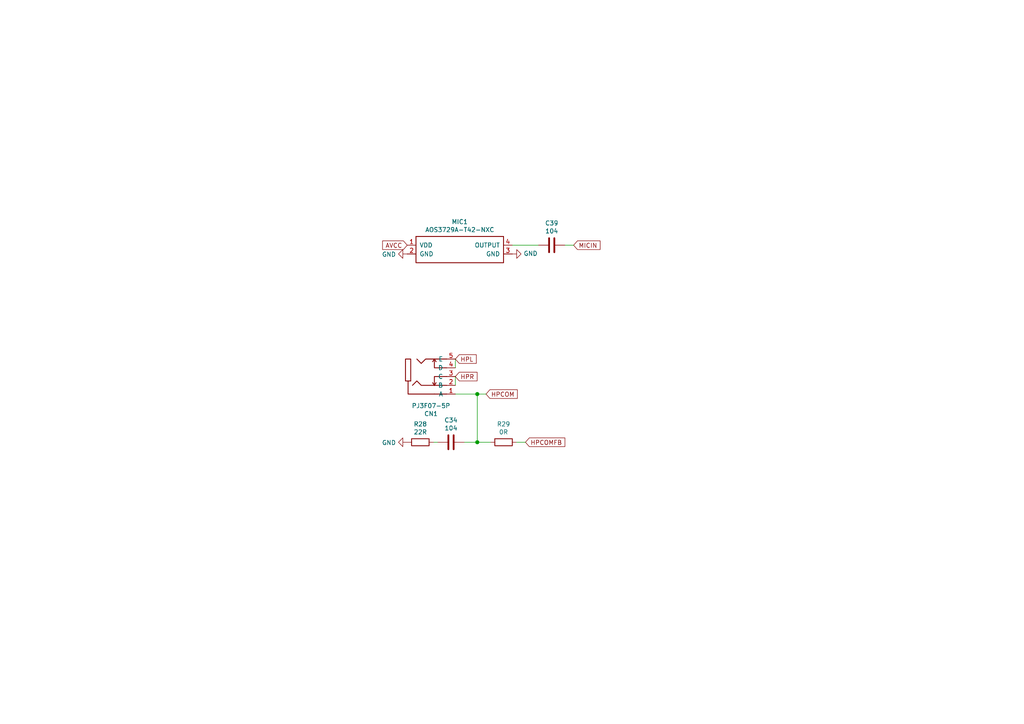
<source format=kicad_sch>
(kicad_sch (version 20210126) (generator eeschema)
  (paper "A4")
  (lib_symbols
    (symbol "AOS3729A-T42-NXC:AOS3729A-T42-NXC" (pin_names (offset 1.016))
      (property "Reference" "MIC" (at 0 1.27 0))
      (property "Value" "AOS3729A-T42-NXC" (at 0 -1.27 0))
      (symbol "AOS3729A-T42-NXC_0_0"
        (rectangle (start -12.7 3.81) (end 12.7 -3.81) (stroke (width 0.254)))
      )
      (symbol "AOS3729A-T42-NXC_1_0"
        (pin unspecified line (at -15.24 1.27 0) (length 2.54) (name "VDD") (number "1"))
        (pin unspecified line (at -15.24 -1.27 0) (length 2.54) (name "GND") (number "2"))
        (pin unspecified line (at 15.24 -1.27 180) (length 2.54) (name "GND") (number "3"))
        (pin unspecified line (at 15.24 1.27 180) (length 2.54) (name "OUTPUT") (number "4"))
      )
    )
    (symbol "Device:C" (pin_numbers hide) (pin_names (offset 0.254))
      (property "Reference" "C" (at 0.635 2.54 0))
      (property "Value" "C" (at 0.635 -2.54 0))
      (symbol "C_0_1"
        (polyline (pts (xy -2.032 -0.762) (xy 2.032 -0.762)) (stroke (width 0.508)))
        (polyline (pts (xy -2.032 0.762) (xy 2.032 0.762)) (stroke (width 0.508)))
      )
      (symbol "C_1_1"
        (pin passive line (at 0 3.81 270) (length 2.794) (name "~") (number "1"))
        (pin passive line (at 0 -3.81 90) (length 2.794) (name "~") (number "2"))
      )
    )
    (symbol "Device:R" (pin_numbers hide) (pin_names (offset 0))
      (property "Reference" "R" (at 2.032 0 90))
      (property "Value" "R" (at 0 0 90))
      (symbol "R_0_1"
        (rectangle (start -1.016 -2.54) (end 1.016 2.54) (stroke (width 0.254)))
      )
      (symbol "R_1_1"
        (pin passive line (at 0 3.81 270) (length 1.27) (name "~") (number "1"))
        (pin passive line (at 0 -3.81 90) (length 1.27) (name "~") (number "2"))
      )
    )
    (symbol "PJ3F07-5P:PJ3F07-5P" (pin_names (offset 1.016))
      (property "Reference" "CN" (at 0 1.27 0))
      (property "Value" "PJ3F07-5P" (at 0 -1.27 0))
      (symbol "PJ3F07-5P_0_0"
        (polyline (pts (xy 5.08 2.54) (xy -2.286 2.54) (xy -3.556 1.27) (xy -4.826 2.54)) (stroke (width 0.254)))
        (polyline (pts (xy 5.08 5.08) (xy 1.524 5.08)) (stroke (width 0.254)))
        (polyline (pts (xy 5.08 0) (xy 1.524 0) (xy 1.524 2.54)) (stroke (width 0.254)))
        (polyline (pts (xy 5.08 -5.08) (xy -1.016 -5.08) (xy -2.286 -3.81) (xy -3.556 -5.08)) (stroke (width 0.254)))
        (polyline (pts (xy 5.08 -2.54) (xy 1.524 -2.54) (xy 1.524 -5.08)) (stroke (width 0.254)))
        (polyline (pts (xy 1.524 5.08) (xy -6.096 5.08) (xy -6.096 1.27) (xy -6.858 1.27) (xy -6.858 -5.08) (xy -5.334 -5.08) (xy -5.334 1.27)) (stroke (width 0.254)))
        (polyline (pts (xy -6.096 1.27) (xy -5.334 1.27)) (stroke (width 0.254)))
        (polyline (pts (xy 1.524 2.54) (xy 1.016 1.778)) (stroke (width 0.254)))
        (polyline (pts (xy 1.524 2.54) (xy 2.032 1.778)) (stroke (width 0.254)))
        (polyline (pts (xy 1.524 -5.08) (xy 1.016 -4.318)) (stroke (width 0.254)))
        (polyline (pts (xy 1.524 -5.08) (xy 2.032 -4.318)) (stroke (width 0.254)))
      )
      (symbol "PJ3F07-5P_1_0"
        (pin input line (at 7.62 0 180) (length 2.54) (name "C") (number "3"))
        (pin input line (at 7.62 2.54 180) (length 2.54) (name "B") (number "2"))
        (pin input line (at 7.62 -2.54 180) (length 2.54) (name "D") (number "4"))
        (pin input line (at 7.62 -5.08 180) (length 2.54) (name "E") (number "5"))
        (pin input line (at 7.62 5.08 180) (length 2.54) (name "A") (number "1"))
      )
    )
    (symbol "power:GND" (power) (pin_names (offset 0))
      (property "Value" "GND" (at 0 -3.81 0))
      (symbol "GND_0_1"
        (polyline (pts (xy 0 0) (xy 0 -1.27) (xy 1.27 -1.27) (xy 0 -2.54) (xy -1.27 -1.27) (xy 0 -1.27)))
      )
      (symbol "GND_1_1"
        (pin power_in line (at 0 0 270) (length 0) hide (name "GND") (number "1"))
      )
    )
  )
  (junction (at 138.43 114.3) (diameter 1.016))
  (junction (at 138.43 128.27) (diameter 1.016))
  (wire (pts (xy 125.73 128.27) (xy 127 128.27)))
  (wire (pts (xy 132.08 106.68) (xy 132.08 104.14)))
  (wire (pts (xy 132.08 111.76) (xy 132.08 109.22)))
  (wire (pts (xy 132.08 114.3) (xy 138.43 114.3)))
  (wire (pts (xy 134.62 128.27) (xy 138.43 128.27)))
  (wire (pts (xy 138.43 114.3) (xy 138.43 128.27)))
  (wire (pts (xy 138.43 128.27) (xy 142.24 128.27)))
  (wire (pts (xy 140.97 114.3) (xy 138.43 114.3)))
  (wire (pts (xy 149.86 128.27) (xy 152.4 128.27)))
  (wire (pts (xy 156.21 71.12) (xy 148.59 71.12)))
  (wire (pts (xy 163.83 71.12) (xy 166.37 71.12)))
  (global_label "AVCC" (shape input) (at 118.11 71.12 180) (property "Intersheet References" "${INTERSHEET_REFS}" (effects hide)))
  (global_label "HPL" (shape input) (at 132.08 104.14 0) (property "Intersheet References" "${INTERSHEET_REFS}" (effects hide)))
  (global_label "HPR" (shape input) (at 132.08 109.22 0) (property "Intersheet References" "${INTERSHEET_REFS}" (effects hide)))
  (global_label "HPCOM" (shape input) (at 140.97 114.3 0) (property "Intersheet References" "${INTERSHEET_REFS}" (effects hide)))
  (global_label "HPCOMFB" (shape input) (at 152.4 128.27 0) (property "Intersheet References" "${INTERSHEET_REFS}" (effects hide)))
  (global_label "MICIN" (shape input) (at 166.37 71.12 0) (property "Intersheet References" "${INTERSHEET_REFS}" (effects hide)))
  (symbol (lib_id "power:GND") (at 118.11 73.66 270) (unit 1)
    (property "Reference" "#PWR0184" (effects hide))
    (property "Value" "GND" (at 114.8588 73.787 90) (effects (justify right)))
  )
  (symbol (lib_id "power:GND") (at 118.11 128.27 270) (unit 1)
    (property "Reference" "#PWR0181" (effects hide))
    (property "Value" "GND" (at 114.8588 128.397 90) (effects (justify right)))
  )
  (symbol (lib_id "power:GND") (at 148.59 73.66 90) (unit 1)
    (property "Reference" "#PWR0185" (effects hide))
    (property "Value" "GND" (at 151.8412 73.533 90) (effects (justify right)))
  )
  (symbol (lib_id "Device:R") (at 121.92 128.27 270) (unit 1)
    (property "Reference" "R28" (at 121.92 123.0122 90))
    (property "Value" "22R" (at 121.92 125.3236 90))
    (property "Footprint" "Resistor_SMD:R_0603_1608Metric" (effects hide))
  )
  (symbol (lib_id "Device:R") (at 146.05 128.27 270) (unit 1)
    (property "Reference" "R29" (at 146.05 123.0122 90))
    (property "Value" "0R" (at 146.05 125.3236 90))
    (property "Footprint" "Resistor_SMD:R_0603_1608Metric" (effects hide))
  )
  (symbol (lib_id "Device:C") (at 130.81 128.27 270) (unit 1)
    (property "Reference" "C34" (at 130.81 121.8692 90))
    (property "Value" "104" (at 130.81 124.1806 90))
    (property "Footprint" "Capacitor_SMD:C_0603_1608Metric" (effects hide))
  )
  (symbol (lib_id "Device:C") (at 160.02 71.12 270) (unit 1)
    (property "Reference" "C39" (at 160.02 64.7192 90))
    (property "Value" "104" (at 160.02 67.0306 90))
    (property "Footprint" "Capacitor_SMD:C_0603_1608Metric" (effects hide))
  )
  (symbol (lib_id "PJ3F07-5P:PJ3F07-5P") (at 124.46 109.22 0) (mirror x) (unit 1)
    (property "Reference" "CN1" (at 125.0188 120.015 0))
    (property "Value" "PJ3F07-5P" (at 125.0188 117.7036 0))
    (property "Footprint" "audio_3f705p:AUDIO-TH_PJ3F07-5P" (effects hide))
  )
  (symbol (lib_id "AOS3729A-T42-NXC:AOS3729A-T42-NXC") (at 133.35 72.39 0) (unit 1)
    (property "Reference" "MIC1" (at 133.35 64.3382 0))
    (property "Value" "AOS3729A-T42-NXC" (at 133.35 66.6496 0))
    (property "Footprint" "AOS3729A-T42-NXC:MIC-SMD_L3.8-W3.00-TL" (effects hide))
  )
)
</source>
